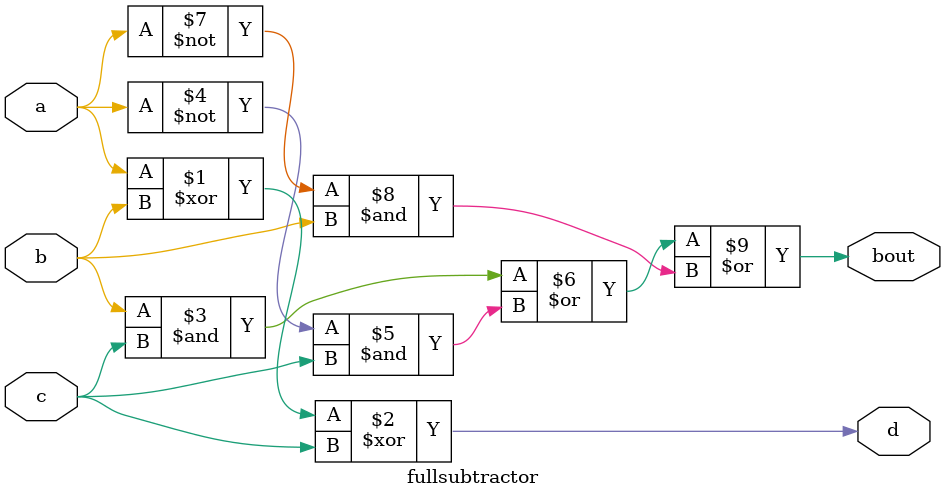
<source format=v>
module fullsubtractor(a,b,c,bout,d);
  input a,b,c;
  output bout,d;
  assign d=a^b^c;
  assign bout=(b&c)|(~a&c)|(~a&b);
endmodule

</source>
